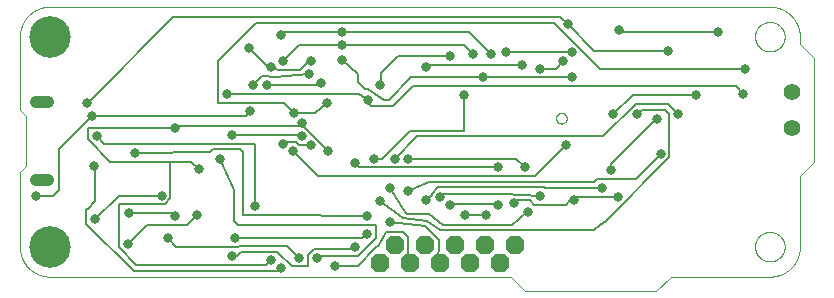
<source format=gbl>
G75*
%MOIN*%
%OFA0B0*%
%FSLAX25Y25*%
%IPPOS*%
%LPD*%
%AMOC8*
5,1,8,0,0,1.08239X$1,22.5*
%
%ADD10C,0.00000*%
%ADD11C,0.13843*%
%ADD12C,0.05543*%
%ADD13OC8,0.06300*%
%ADD14C,0.03969*%
%ADD15C,0.00800*%
%ADD16C,0.03150*%
D10*
X0031728Y0107122D02*
X0185477Y0107122D01*
X0190201Y0102398D01*
X0233925Y0102398D01*
X0238649Y0107122D01*
X0271728Y0107122D01*
X0266807Y0117122D02*
X0266809Y0117262D01*
X0266815Y0117402D01*
X0266825Y0117541D01*
X0266839Y0117680D01*
X0266857Y0117819D01*
X0266878Y0117957D01*
X0266904Y0118095D01*
X0266934Y0118232D01*
X0266967Y0118367D01*
X0267005Y0118502D01*
X0267046Y0118636D01*
X0267091Y0118769D01*
X0267139Y0118900D01*
X0267192Y0119029D01*
X0267248Y0119158D01*
X0267307Y0119284D01*
X0267371Y0119409D01*
X0267437Y0119532D01*
X0267508Y0119653D01*
X0267581Y0119772D01*
X0267658Y0119889D01*
X0267739Y0120003D01*
X0267822Y0120115D01*
X0267909Y0120225D01*
X0267999Y0120333D01*
X0268091Y0120437D01*
X0268187Y0120539D01*
X0268286Y0120639D01*
X0268387Y0120735D01*
X0268491Y0120829D01*
X0268598Y0120919D01*
X0268707Y0121006D01*
X0268819Y0121091D01*
X0268933Y0121172D01*
X0269049Y0121250D01*
X0269167Y0121324D01*
X0269288Y0121395D01*
X0269410Y0121463D01*
X0269535Y0121527D01*
X0269661Y0121588D01*
X0269788Y0121645D01*
X0269918Y0121698D01*
X0270049Y0121748D01*
X0270181Y0121793D01*
X0270314Y0121836D01*
X0270449Y0121874D01*
X0270584Y0121908D01*
X0270721Y0121939D01*
X0270858Y0121966D01*
X0270996Y0121988D01*
X0271135Y0122007D01*
X0271274Y0122022D01*
X0271413Y0122033D01*
X0271553Y0122040D01*
X0271693Y0122043D01*
X0271833Y0122042D01*
X0271973Y0122037D01*
X0272112Y0122028D01*
X0272252Y0122015D01*
X0272391Y0121998D01*
X0272529Y0121977D01*
X0272667Y0121953D01*
X0272804Y0121924D01*
X0272940Y0121892D01*
X0273075Y0121855D01*
X0273209Y0121815D01*
X0273342Y0121771D01*
X0273473Y0121723D01*
X0273603Y0121672D01*
X0273732Y0121617D01*
X0273859Y0121558D01*
X0273984Y0121495D01*
X0274107Y0121430D01*
X0274229Y0121360D01*
X0274348Y0121287D01*
X0274466Y0121211D01*
X0274581Y0121132D01*
X0274694Y0121049D01*
X0274804Y0120963D01*
X0274912Y0120874D01*
X0275017Y0120782D01*
X0275120Y0120687D01*
X0275220Y0120589D01*
X0275317Y0120489D01*
X0275411Y0120385D01*
X0275503Y0120279D01*
X0275591Y0120171D01*
X0275676Y0120060D01*
X0275758Y0119946D01*
X0275837Y0119830D01*
X0275912Y0119713D01*
X0275984Y0119593D01*
X0276052Y0119471D01*
X0276117Y0119347D01*
X0276179Y0119221D01*
X0276237Y0119094D01*
X0276291Y0118965D01*
X0276342Y0118834D01*
X0276388Y0118702D01*
X0276431Y0118569D01*
X0276471Y0118435D01*
X0276506Y0118300D01*
X0276538Y0118163D01*
X0276565Y0118026D01*
X0276589Y0117888D01*
X0276609Y0117750D01*
X0276625Y0117611D01*
X0276637Y0117471D01*
X0276645Y0117332D01*
X0276649Y0117192D01*
X0276649Y0117052D01*
X0276645Y0116912D01*
X0276637Y0116773D01*
X0276625Y0116633D01*
X0276609Y0116494D01*
X0276589Y0116356D01*
X0276565Y0116218D01*
X0276538Y0116081D01*
X0276506Y0115944D01*
X0276471Y0115809D01*
X0276431Y0115675D01*
X0276388Y0115542D01*
X0276342Y0115410D01*
X0276291Y0115279D01*
X0276237Y0115150D01*
X0276179Y0115023D01*
X0276117Y0114897D01*
X0276052Y0114773D01*
X0275984Y0114651D01*
X0275912Y0114531D01*
X0275837Y0114414D01*
X0275758Y0114298D01*
X0275676Y0114184D01*
X0275591Y0114073D01*
X0275503Y0113965D01*
X0275411Y0113859D01*
X0275317Y0113755D01*
X0275220Y0113655D01*
X0275120Y0113557D01*
X0275017Y0113462D01*
X0274912Y0113370D01*
X0274804Y0113281D01*
X0274694Y0113195D01*
X0274581Y0113112D01*
X0274466Y0113033D01*
X0274348Y0112957D01*
X0274229Y0112884D01*
X0274107Y0112814D01*
X0273984Y0112749D01*
X0273859Y0112686D01*
X0273732Y0112627D01*
X0273603Y0112572D01*
X0273473Y0112521D01*
X0273342Y0112473D01*
X0273209Y0112429D01*
X0273075Y0112389D01*
X0272940Y0112352D01*
X0272804Y0112320D01*
X0272667Y0112291D01*
X0272529Y0112267D01*
X0272391Y0112246D01*
X0272252Y0112229D01*
X0272112Y0112216D01*
X0271973Y0112207D01*
X0271833Y0112202D01*
X0271693Y0112201D01*
X0271553Y0112204D01*
X0271413Y0112211D01*
X0271274Y0112222D01*
X0271135Y0112237D01*
X0270996Y0112256D01*
X0270858Y0112278D01*
X0270721Y0112305D01*
X0270584Y0112336D01*
X0270449Y0112370D01*
X0270314Y0112408D01*
X0270181Y0112451D01*
X0270049Y0112496D01*
X0269918Y0112546D01*
X0269788Y0112599D01*
X0269661Y0112656D01*
X0269535Y0112717D01*
X0269410Y0112781D01*
X0269288Y0112849D01*
X0269167Y0112920D01*
X0269049Y0112994D01*
X0268933Y0113072D01*
X0268819Y0113153D01*
X0268707Y0113238D01*
X0268598Y0113325D01*
X0268491Y0113415D01*
X0268387Y0113509D01*
X0268286Y0113605D01*
X0268187Y0113705D01*
X0268091Y0113807D01*
X0267999Y0113911D01*
X0267909Y0114019D01*
X0267822Y0114129D01*
X0267739Y0114241D01*
X0267658Y0114355D01*
X0267581Y0114472D01*
X0267508Y0114591D01*
X0267437Y0114712D01*
X0267371Y0114835D01*
X0267307Y0114960D01*
X0267248Y0115086D01*
X0267192Y0115215D01*
X0267139Y0115344D01*
X0267091Y0115475D01*
X0267046Y0115608D01*
X0267005Y0115742D01*
X0266967Y0115877D01*
X0266934Y0116012D01*
X0266904Y0116149D01*
X0266878Y0116287D01*
X0266857Y0116425D01*
X0266839Y0116564D01*
X0266825Y0116703D01*
X0266815Y0116842D01*
X0266809Y0116982D01*
X0266807Y0117122D01*
X0271728Y0107122D02*
X0271970Y0107125D01*
X0272211Y0107134D01*
X0272452Y0107148D01*
X0272693Y0107169D01*
X0272933Y0107195D01*
X0273173Y0107227D01*
X0273412Y0107265D01*
X0273649Y0107308D01*
X0273886Y0107358D01*
X0274121Y0107413D01*
X0274355Y0107473D01*
X0274587Y0107540D01*
X0274818Y0107611D01*
X0275047Y0107689D01*
X0275274Y0107772D01*
X0275499Y0107860D01*
X0275722Y0107954D01*
X0275942Y0108053D01*
X0276160Y0108158D01*
X0276375Y0108267D01*
X0276588Y0108382D01*
X0276798Y0108502D01*
X0277004Y0108627D01*
X0277208Y0108757D01*
X0277409Y0108892D01*
X0277606Y0109032D01*
X0277800Y0109176D01*
X0277990Y0109325D01*
X0278176Y0109479D01*
X0278359Y0109637D01*
X0278538Y0109799D01*
X0278713Y0109966D01*
X0278884Y0110137D01*
X0279051Y0110312D01*
X0279213Y0110491D01*
X0279371Y0110674D01*
X0279525Y0110860D01*
X0279674Y0111050D01*
X0279818Y0111244D01*
X0279958Y0111441D01*
X0280093Y0111642D01*
X0280223Y0111846D01*
X0280348Y0112052D01*
X0280468Y0112262D01*
X0280583Y0112475D01*
X0280692Y0112690D01*
X0280797Y0112908D01*
X0280896Y0113128D01*
X0280990Y0113351D01*
X0281078Y0113576D01*
X0281161Y0113803D01*
X0281239Y0114032D01*
X0281310Y0114263D01*
X0281377Y0114495D01*
X0281437Y0114729D01*
X0281492Y0114964D01*
X0281542Y0115201D01*
X0281585Y0115438D01*
X0281623Y0115677D01*
X0281655Y0115917D01*
X0281681Y0116157D01*
X0281702Y0116398D01*
X0281716Y0116639D01*
X0281725Y0116880D01*
X0281728Y0117122D01*
X0281728Y0140587D01*
X0286453Y0145311D01*
X0286453Y0179957D01*
X0281728Y0184681D01*
X0281728Y0187122D01*
X0266807Y0187122D02*
X0266809Y0187262D01*
X0266815Y0187402D01*
X0266825Y0187541D01*
X0266839Y0187680D01*
X0266857Y0187819D01*
X0266878Y0187957D01*
X0266904Y0188095D01*
X0266934Y0188232D01*
X0266967Y0188367D01*
X0267005Y0188502D01*
X0267046Y0188636D01*
X0267091Y0188769D01*
X0267139Y0188900D01*
X0267192Y0189029D01*
X0267248Y0189158D01*
X0267307Y0189284D01*
X0267371Y0189409D01*
X0267437Y0189532D01*
X0267508Y0189653D01*
X0267581Y0189772D01*
X0267658Y0189889D01*
X0267739Y0190003D01*
X0267822Y0190115D01*
X0267909Y0190225D01*
X0267999Y0190333D01*
X0268091Y0190437D01*
X0268187Y0190539D01*
X0268286Y0190639D01*
X0268387Y0190735D01*
X0268491Y0190829D01*
X0268598Y0190919D01*
X0268707Y0191006D01*
X0268819Y0191091D01*
X0268933Y0191172D01*
X0269049Y0191250D01*
X0269167Y0191324D01*
X0269288Y0191395D01*
X0269410Y0191463D01*
X0269535Y0191527D01*
X0269661Y0191588D01*
X0269788Y0191645D01*
X0269918Y0191698D01*
X0270049Y0191748D01*
X0270181Y0191793D01*
X0270314Y0191836D01*
X0270449Y0191874D01*
X0270584Y0191908D01*
X0270721Y0191939D01*
X0270858Y0191966D01*
X0270996Y0191988D01*
X0271135Y0192007D01*
X0271274Y0192022D01*
X0271413Y0192033D01*
X0271553Y0192040D01*
X0271693Y0192043D01*
X0271833Y0192042D01*
X0271973Y0192037D01*
X0272112Y0192028D01*
X0272252Y0192015D01*
X0272391Y0191998D01*
X0272529Y0191977D01*
X0272667Y0191953D01*
X0272804Y0191924D01*
X0272940Y0191892D01*
X0273075Y0191855D01*
X0273209Y0191815D01*
X0273342Y0191771D01*
X0273473Y0191723D01*
X0273603Y0191672D01*
X0273732Y0191617D01*
X0273859Y0191558D01*
X0273984Y0191495D01*
X0274107Y0191430D01*
X0274229Y0191360D01*
X0274348Y0191287D01*
X0274466Y0191211D01*
X0274581Y0191132D01*
X0274694Y0191049D01*
X0274804Y0190963D01*
X0274912Y0190874D01*
X0275017Y0190782D01*
X0275120Y0190687D01*
X0275220Y0190589D01*
X0275317Y0190489D01*
X0275411Y0190385D01*
X0275503Y0190279D01*
X0275591Y0190171D01*
X0275676Y0190060D01*
X0275758Y0189946D01*
X0275837Y0189830D01*
X0275912Y0189713D01*
X0275984Y0189593D01*
X0276052Y0189471D01*
X0276117Y0189347D01*
X0276179Y0189221D01*
X0276237Y0189094D01*
X0276291Y0188965D01*
X0276342Y0188834D01*
X0276388Y0188702D01*
X0276431Y0188569D01*
X0276471Y0188435D01*
X0276506Y0188300D01*
X0276538Y0188163D01*
X0276565Y0188026D01*
X0276589Y0187888D01*
X0276609Y0187750D01*
X0276625Y0187611D01*
X0276637Y0187471D01*
X0276645Y0187332D01*
X0276649Y0187192D01*
X0276649Y0187052D01*
X0276645Y0186912D01*
X0276637Y0186773D01*
X0276625Y0186633D01*
X0276609Y0186494D01*
X0276589Y0186356D01*
X0276565Y0186218D01*
X0276538Y0186081D01*
X0276506Y0185944D01*
X0276471Y0185809D01*
X0276431Y0185675D01*
X0276388Y0185542D01*
X0276342Y0185410D01*
X0276291Y0185279D01*
X0276237Y0185150D01*
X0276179Y0185023D01*
X0276117Y0184897D01*
X0276052Y0184773D01*
X0275984Y0184651D01*
X0275912Y0184531D01*
X0275837Y0184414D01*
X0275758Y0184298D01*
X0275676Y0184184D01*
X0275591Y0184073D01*
X0275503Y0183965D01*
X0275411Y0183859D01*
X0275317Y0183755D01*
X0275220Y0183655D01*
X0275120Y0183557D01*
X0275017Y0183462D01*
X0274912Y0183370D01*
X0274804Y0183281D01*
X0274694Y0183195D01*
X0274581Y0183112D01*
X0274466Y0183033D01*
X0274348Y0182957D01*
X0274229Y0182884D01*
X0274107Y0182814D01*
X0273984Y0182749D01*
X0273859Y0182686D01*
X0273732Y0182627D01*
X0273603Y0182572D01*
X0273473Y0182521D01*
X0273342Y0182473D01*
X0273209Y0182429D01*
X0273075Y0182389D01*
X0272940Y0182352D01*
X0272804Y0182320D01*
X0272667Y0182291D01*
X0272529Y0182267D01*
X0272391Y0182246D01*
X0272252Y0182229D01*
X0272112Y0182216D01*
X0271973Y0182207D01*
X0271833Y0182202D01*
X0271693Y0182201D01*
X0271553Y0182204D01*
X0271413Y0182211D01*
X0271274Y0182222D01*
X0271135Y0182237D01*
X0270996Y0182256D01*
X0270858Y0182278D01*
X0270721Y0182305D01*
X0270584Y0182336D01*
X0270449Y0182370D01*
X0270314Y0182408D01*
X0270181Y0182451D01*
X0270049Y0182496D01*
X0269918Y0182546D01*
X0269788Y0182599D01*
X0269661Y0182656D01*
X0269535Y0182717D01*
X0269410Y0182781D01*
X0269288Y0182849D01*
X0269167Y0182920D01*
X0269049Y0182994D01*
X0268933Y0183072D01*
X0268819Y0183153D01*
X0268707Y0183238D01*
X0268598Y0183325D01*
X0268491Y0183415D01*
X0268387Y0183509D01*
X0268286Y0183605D01*
X0268187Y0183705D01*
X0268091Y0183807D01*
X0267999Y0183911D01*
X0267909Y0184019D01*
X0267822Y0184129D01*
X0267739Y0184241D01*
X0267658Y0184355D01*
X0267581Y0184472D01*
X0267508Y0184591D01*
X0267437Y0184712D01*
X0267371Y0184835D01*
X0267307Y0184960D01*
X0267248Y0185086D01*
X0267192Y0185215D01*
X0267139Y0185344D01*
X0267091Y0185475D01*
X0267046Y0185608D01*
X0267005Y0185742D01*
X0266967Y0185877D01*
X0266934Y0186012D01*
X0266904Y0186149D01*
X0266878Y0186287D01*
X0266857Y0186425D01*
X0266839Y0186564D01*
X0266825Y0186703D01*
X0266815Y0186842D01*
X0266809Y0186982D01*
X0266807Y0187122D01*
X0271728Y0197122D02*
X0271970Y0197119D01*
X0272211Y0197110D01*
X0272452Y0197096D01*
X0272693Y0197075D01*
X0272933Y0197049D01*
X0273173Y0197017D01*
X0273412Y0196979D01*
X0273649Y0196936D01*
X0273886Y0196886D01*
X0274121Y0196831D01*
X0274355Y0196771D01*
X0274587Y0196704D01*
X0274818Y0196633D01*
X0275047Y0196555D01*
X0275274Y0196472D01*
X0275499Y0196384D01*
X0275722Y0196290D01*
X0275942Y0196191D01*
X0276160Y0196086D01*
X0276375Y0195977D01*
X0276588Y0195862D01*
X0276798Y0195742D01*
X0277004Y0195617D01*
X0277208Y0195487D01*
X0277409Y0195352D01*
X0277606Y0195212D01*
X0277800Y0195068D01*
X0277990Y0194919D01*
X0278176Y0194765D01*
X0278359Y0194607D01*
X0278538Y0194445D01*
X0278713Y0194278D01*
X0278884Y0194107D01*
X0279051Y0193932D01*
X0279213Y0193753D01*
X0279371Y0193570D01*
X0279525Y0193384D01*
X0279674Y0193194D01*
X0279818Y0193000D01*
X0279958Y0192803D01*
X0280093Y0192602D01*
X0280223Y0192398D01*
X0280348Y0192192D01*
X0280468Y0191982D01*
X0280583Y0191769D01*
X0280692Y0191554D01*
X0280797Y0191336D01*
X0280896Y0191116D01*
X0280990Y0190893D01*
X0281078Y0190668D01*
X0281161Y0190441D01*
X0281239Y0190212D01*
X0281310Y0189981D01*
X0281377Y0189749D01*
X0281437Y0189515D01*
X0281492Y0189280D01*
X0281542Y0189043D01*
X0281585Y0188806D01*
X0281623Y0188567D01*
X0281655Y0188327D01*
X0281681Y0188087D01*
X0281702Y0187846D01*
X0281716Y0187605D01*
X0281725Y0187364D01*
X0281728Y0187122D01*
X0271728Y0197122D02*
X0031728Y0197122D01*
X0031486Y0197119D01*
X0031245Y0197110D01*
X0031004Y0197096D01*
X0030763Y0197075D01*
X0030523Y0197049D01*
X0030283Y0197017D01*
X0030044Y0196979D01*
X0029807Y0196936D01*
X0029570Y0196886D01*
X0029335Y0196831D01*
X0029101Y0196771D01*
X0028869Y0196704D01*
X0028638Y0196633D01*
X0028409Y0196555D01*
X0028182Y0196472D01*
X0027957Y0196384D01*
X0027734Y0196290D01*
X0027514Y0196191D01*
X0027296Y0196086D01*
X0027081Y0195977D01*
X0026868Y0195862D01*
X0026658Y0195742D01*
X0026452Y0195617D01*
X0026248Y0195487D01*
X0026047Y0195352D01*
X0025850Y0195212D01*
X0025656Y0195068D01*
X0025466Y0194919D01*
X0025280Y0194765D01*
X0025097Y0194607D01*
X0024918Y0194445D01*
X0024743Y0194278D01*
X0024572Y0194107D01*
X0024405Y0193932D01*
X0024243Y0193753D01*
X0024085Y0193570D01*
X0023931Y0193384D01*
X0023782Y0193194D01*
X0023638Y0193000D01*
X0023498Y0192803D01*
X0023363Y0192602D01*
X0023233Y0192398D01*
X0023108Y0192192D01*
X0022988Y0191982D01*
X0022873Y0191769D01*
X0022764Y0191554D01*
X0022659Y0191336D01*
X0022560Y0191116D01*
X0022466Y0190893D01*
X0022378Y0190668D01*
X0022295Y0190441D01*
X0022217Y0190212D01*
X0022146Y0189981D01*
X0022079Y0189749D01*
X0022019Y0189515D01*
X0021964Y0189280D01*
X0021914Y0189043D01*
X0021871Y0188806D01*
X0021833Y0188567D01*
X0021801Y0188327D01*
X0021775Y0188087D01*
X0021754Y0187846D01*
X0021740Y0187605D01*
X0021731Y0187364D01*
X0021728Y0187122D01*
X0021728Y0162622D01*
X0023728Y0160622D01*
X0023728Y0144122D01*
X0021728Y0142122D01*
X0021728Y0117122D01*
X0021731Y0116880D01*
X0021740Y0116639D01*
X0021754Y0116398D01*
X0021775Y0116157D01*
X0021801Y0115917D01*
X0021833Y0115677D01*
X0021871Y0115438D01*
X0021914Y0115201D01*
X0021964Y0114964D01*
X0022019Y0114729D01*
X0022079Y0114495D01*
X0022146Y0114263D01*
X0022217Y0114032D01*
X0022295Y0113803D01*
X0022378Y0113576D01*
X0022466Y0113351D01*
X0022560Y0113128D01*
X0022659Y0112908D01*
X0022764Y0112690D01*
X0022873Y0112475D01*
X0022988Y0112262D01*
X0023108Y0112052D01*
X0023233Y0111846D01*
X0023363Y0111642D01*
X0023498Y0111441D01*
X0023638Y0111244D01*
X0023782Y0111050D01*
X0023931Y0110860D01*
X0024085Y0110674D01*
X0024243Y0110491D01*
X0024405Y0110312D01*
X0024572Y0110137D01*
X0024743Y0109966D01*
X0024918Y0109799D01*
X0025097Y0109637D01*
X0025280Y0109479D01*
X0025466Y0109325D01*
X0025656Y0109176D01*
X0025850Y0109032D01*
X0026047Y0108892D01*
X0026248Y0108757D01*
X0026452Y0108627D01*
X0026658Y0108502D01*
X0026868Y0108382D01*
X0027081Y0108267D01*
X0027296Y0108158D01*
X0027514Y0108053D01*
X0027734Y0107954D01*
X0027957Y0107860D01*
X0028182Y0107772D01*
X0028409Y0107689D01*
X0028638Y0107611D01*
X0028869Y0107540D01*
X0029101Y0107473D01*
X0029335Y0107413D01*
X0029570Y0107358D01*
X0029807Y0107308D01*
X0030044Y0107265D01*
X0030283Y0107227D01*
X0030523Y0107195D01*
X0030763Y0107169D01*
X0031004Y0107148D01*
X0031245Y0107134D01*
X0031486Y0107125D01*
X0031728Y0107122D01*
X0030606Y0138396D02*
X0027850Y0138396D01*
X0027788Y0138398D01*
X0027727Y0138404D01*
X0027666Y0138413D01*
X0027605Y0138427D01*
X0027546Y0138444D01*
X0027488Y0138465D01*
X0027431Y0138490D01*
X0027376Y0138518D01*
X0027323Y0138549D01*
X0027272Y0138584D01*
X0027223Y0138622D01*
X0027176Y0138663D01*
X0027133Y0138706D01*
X0027092Y0138753D01*
X0027054Y0138802D01*
X0027019Y0138853D01*
X0026988Y0138906D01*
X0026960Y0138961D01*
X0026935Y0139018D01*
X0026914Y0139076D01*
X0026897Y0139135D01*
X0026883Y0139196D01*
X0026874Y0139257D01*
X0026868Y0139318D01*
X0026866Y0139380D01*
X0026868Y0139442D01*
X0026874Y0139503D01*
X0026883Y0139564D01*
X0026897Y0139625D01*
X0026914Y0139684D01*
X0026935Y0139742D01*
X0026960Y0139799D01*
X0026988Y0139854D01*
X0027019Y0139907D01*
X0027054Y0139958D01*
X0027092Y0140007D01*
X0027133Y0140054D01*
X0027176Y0140097D01*
X0027223Y0140138D01*
X0027272Y0140176D01*
X0027323Y0140211D01*
X0027376Y0140242D01*
X0027431Y0140270D01*
X0027488Y0140295D01*
X0027546Y0140316D01*
X0027605Y0140333D01*
X0027666Y0140347D01*
X0027727Y0140356D01*
X0027788Y0140362D01*
X0027850Y0140364D01*
X0030606Y0140364D01*
X0030668Y0140362D01*
X0030729Y0140356D01*
X0030790Y0140347D01*
X0030851Y0140333D01*
X0030910Y0140316D01*
X0030968Y0140295D01*
X0031025Y0140270D01*
X0031080Y0140242D01*
X0031133Y0140211D01*
X0031184Y0140176D01*
X0031233Y0140138D01*
X0031280Y0140097D01*
X0031323Y0140054D01*
X0031364Y0140007D01*
X0031402Y0139958D01*
X0031437Y0139907D01*
X0031468Y0139854D01*
X0031496Y0139799D01*
X0031521Y0139742D01*
X0031542Y0139684D01*
X0031559Y0139625D01*
X0031573Y0139564D01*
X0031582Y0139503D01*
X0031588Y0139442D01*
X0031590Y0139380D01*
X0031588Y0139318D01*
X0031582Y0139257D01*
X0031573Y0139196D01*
X0031559Y0139135D01*
X0031542Y0139076D01*
X0031521Y0139018D01*
X0031496Y0138961D01*
X0031468Y0138906D01*
X0031437Y0138853D01*
X0031402Y0138802D01*
X0031364Y0138753D01*
X0031323Y0138706D01*
X0031280Y0138663D01*
X0031233Y0138622D01*
X0031184Y0138584D01*
X0031133Y0138549D01*
X0031080Y0138518D01*
X0031025Y0138490D01*
X0030968Y0138465D01*
X0030910Y0138444D01*
X0030851Y0138427D01*
X0030790Y0138413D01*
X0030729Y0138404D01*
X0030668Y0138398D01*
X0030606Y0138396D01*
X0030606Y0164380D02*
X0027850Y0164380D01*
X0027788Y0164382D01*
X0027727Y0164388D01*
X0027666Y0164397D01*
X0027605Y0164411D01*
X0027546Y0164428D01*
X0027488Y0164449D01*
X0027431Y0164474D01*
X0027376Y0164502D01*
X0027323Y0164533D01*
X0027272Y0164568D01*
X0027223Y0164606D01*
X0027176Y0164647D01*
X0027133Y0164690D01*
X0027092Y0164737D01*
X0027054Y0164786D01*
X0027019Y0164837D01*
X0026988Y0164890D01*
X0026960Y0164945D01*
X0026935Y0165002D01*
X0026914Y0165060D01*
X0026897Y0165119D01*
X0026883Y0165180D01*
X0026874Y0165241D01*
X0026868Y0165302D01*
X0026866Y0165364D01*
X0026868Y0165426D01*
X0026874Y0165487D01*
X0026883Y0165548D01*
X0026897Y0165609D01*
X0026914Y0165668D01*
X0026935Y0165726D01*
X0026960Y0165783D01*
X0026988Y0165838D01*
X0027019Y0165891D01*
X0027054Y0165942D01*
X0027092Y0165991D01*
X0027133Y0166038D01*
X0027176Y0166081D01*
X0027223Y0166122D01*
X0027272Y0166160D01*
X0027323Y0166195D01*
X0027376Y0166226D01*
X0027431Y0166254D01*
X0027488Y0166279D01*
X0027546Y0166300D01*
X0027605Y0166317D01*
X0027666Y0166331D01*
X0027727Y0166340D01*
X0027788Y0166346D01*
X0027850Y0166348D01*
X0030606Y0166348D01*
X0030668Y0166346D01*
X0030729Y0166340D01*
X0030790Y0166331D01*
X0030851Y0166317D01*
X0030910Y0166300D01*
X0030968Y0166279D01*
X0031025Y0166254D01*
X0031080Y0166226D01*
X0031133Y0166195D01*
X0031184Y0166160D01*
X0031233Y0166122D01*
X0031280Y0166081D01*
X0031323Y0166038D01*
X0031364Y0165991D01*
X0031402Y0165942D01*
X0031437Y0165891D01*
X0031468Y0165838D01*
X0031496Y0165783D01*
X0031521Y0165726D01*
X0031542Y0165668D01*
X0031559Y0165609D01*
X0031573Y0165548D01*
X0031582Y0165487D01*
X0031588Y0165426D01*
X0031590Y0165364D01*
X0031588Y0165302D01*
X0031582Y0165241D01*
X0031573Y0165180D01*
X0031559Y0165119D01*
X0031542Y0165060D01*
X0031521Y0165002D01*
X0031496Y0164945D01*
X0031468Y0164890D01*
X0031437Y0164837D01*
X0031402Y0164786D01*
X0031364Y0164737D01*
X0031323Y0164690D01*
X0031280Y0164647D01*
X0031233Y0164606D01*
X0031184Y0164568D01*
X0031133Y0164533D01*
X0031080Y0164502D01*
X0031025Y0164474D01*
X0030968Y0164449D01*
X0030910Y0164428D01*
X0030851Y0164411D01*
X0030790Y0164397D01*
X0030729Y0164388D01*
X0030668Y0164382D01*
X0030606Y0164380D01*
X0200476Y0159961D02*
X0200478Y0160045D01*
X0200484Y0160128D01*
X0200494Y0160211D01*
X0200508Y0160294D01*
X0200525Y0160376D01*
X0200547Y0160457D01*
X0200572Y0160536D01*
X0200601Y0160615D01*
X0200634Y0160692D01*
X0200670Y0160767D01*
X0200710Y0160841D01*
X0200753Y0160913D01*
X0200800Y0160982D01*
X0200850Y0161049D01*
X0200903Y0161114D01*
X0200959Y0161176D01*
X0201017Y0161236D01*
X0201079Y0161293D01*
X0201143Y0161346D01*
X0201210Y0161397D01*
X0201279Y0161444D01*
X0201350Y0161489D01*
X0201423Y0161529D01*
X0201498Y0161566D01*
X0201575Y0161600D01*
X0201653Y0161630D01*
X0201732Y0161656D01*
X0201813Y0161679D01*
X0201895Y0161697D01*
X0201977Y0161712D01*
X0202060Y0161723D01*
X0202143Y0161730D01*
X0202227Y0161733D01*
X0202311Y0161732D01*
X0202394Y0161727D01*
X0202478Y0161718D01*
X0202560Y0161705D01*
X0202642Y0161689D01*
X0202723Y0161668D01*
X0202804Y0161644D01*
X0202882Y0161616D01*
X0202960Y0161584D01*
X0203036Y0161548D01*
X0203110Y0161509D01*
X0203182Y0161467D01*
X0203252Y0161421D01*
X0203320Y0161372D01*
X0203385Y0161320D01*
X0203448Y0161265D01*
X0203508Y0161207D01*
X0203566Y0161146D01*
X0203620Y0161082D01*
X0203672Y0161016D01*
X0203720Y0160948D01*
X0203765Y0160877D01*
X0203806Y0160804D01*
X0203845Y0160730D01*
X0203879Y0160654D01*
X0203910Y0160576D01*
X0203937Y0160497D01*
X0203961Y0160416D01*
X0203980Y0160335D01*
X0203996Y0160253D01*
X0204008Y0160170D01*
X0204016Y0160086D01*
X0204020Y0160003D01*
X0204020Y0159919D01*
X0204016Y0159836D01*
X0204008Y0159752D01*
X0203996Y0159669D01*
X0203980Y0159587D01*
X0203961Y0159506D01*
X0203937Y0159425D01*
X0203910Y0159346D01*
X0203879Y0159268D01*
X0203845Y0159192D01*
X0203806Y0159118D01*
X0203765Y0159045D01*
X0203720Y0158974D01*
X0203672Y0158906D01*
X0203620Y0158840D01*
X0203566Y0158776D01*
X0203508Y0158715D01*
X0203448Y0158657D01*
X0203385Y0158602D01*
X0203320Y0158550D01*
X0203252Y0158501D01*
X0203182Y0158455D01*
X0203110Y0158413D01*
X0203036Y0158374D01*
X0202960Y0158338D01*
X0202882Y0158306D01*
X0202804Y0158278D01*
X0202723Y0158254D01*
X0202642Y0158233D01*
X0202560Y0158217D01*
X0202478Y0158204D01*
X0202394Y0158195D01*
X0202311Y0158190D01*
X0202227Y0158189D01*
X0202143Y0158192D01*
X0202060Y0158199D01*
X0201977Y0158210D01*
X0201895Y0158225D01*
X0201813Y0158243D01*
X0201732Y0158266D01*
X0201653Y0158292D01*
X0201575Y0158322D01*
X0201498Y0158356D01*
X0201423Y0158393D01*
X0201350Y0158433D01*
X0201279Y0158478D01*
X0201210Y0158525D01*
X0201143Y0158576D01*
X0201079Y0158629D01*
X0201017Y0158686D01*
X0200959Y0158746D01*
X0200903Y0158808D01*
X0200850Y0158873D01*
X0200800Y0158940D01*
X0200753Y0159009D01*
X0200710Y0159081D01*
X0200670Y0159155D01*
X0200634Y0159230D01*
X0200601Y0159307D01*
X0200572Y0159386D01*
X0200547Y0159465D01*
X0200525Y0159546D01*
X0200508Y0159628D01*
X0200494Y0159711D01*
X0200484Y0159794D01*
X0200478Y0159877D01*
X0200476Y0159961D01*
D11*
X0031728Y0187122D03*
X0031728Y0117122D03*
D12*
X0279228Y0156717D03*
X0279228Y0168528D03*
D13*
X0186728Y0117803D03*
X0181728Y0111803D03*
X0176728Y0117803D03*
X0171728Y0111803D03*
X0166728Y0117803D03*
X0161728Y0111803D03*
X0156728Y0117803D03*
X0151728Y0111803D03*
X0146728Y0117803D03*
X0141728Y0111803D03*
D14*
X0031213Y0139380D02*
X0027244Y0139380D01*
X0027244Y0165364D02*
X0031213Y0165364D01*
D15*
X0044228Y0165122D02*
X0044319Y0165122D01*
X0072933Y0193736D01*
X0201846Y0193736D01*
X0204307Y0191276D01*
X0213165Y0182417D01*
X0237772Y0182417D01*
X0222024Y0188815D02*
X0254504Y0188815D01*
X0263362Y0176512D02*
X0215134Y0176512D01*
X0199878Y0191768D01*
X0100469Y0191768D01*
X0087673Y0178972D01*
X0087673Y0165193D01*
X0109819Y0165193D01*
X0113264Y0161748D01*
X0120154Y0161748D01*
X0124098Y0165193D01*
X0121728Y0171122D02*
X0122228Y0171622D01*
X0121728Y0171122D02*
X0104228Y0171122D01*
X0102413Y0174091D02*
X0107228Y0173622D01*
X0117697Y0174591D01*
X0118193Y0174591D01*
X0115126Y0176020D02*
X0117728Y0178622D01*
X0118677Y0179020D01*
X0115126Y0176020D02*
X0107850Y0176020D01*
X0105374Y0177043D01*
X0104874Y0176535D01*
X0098008Y0183402D01*
X0102413Y0174091D02*
X0099421Y0171098D01*
X0090626Y0168146D02*
X0134917Y0168146D01*
X0137886Y0166114D01*
X0137878Y0165606D01*
X0137878Y0164972D01*
X0138728Y0164122D01*
X0146228Y0164122D01*
X0152728Y0170622D01*
X0260409Y0170606D01*
X0262870Y0168146D01*
X0247122Y0167654D02*
X0225961Y0167654D01*
X0219563Y0161256D01*
X0227437Y0161256D02*
X0227862Y0161256D01*
X0229228Y0162622D01*
X0236728Y0162622D01*
X0238264Y0161256D01*
X0238264Y0146984D01*
X0217102Y0125823D01*
X0215228Y0124409D01*
X0213228Y0122803D01*
X0161728Y0122803D01*
X0157528Y0125823D01*
X0149402Y0126610D01*
X0141807Y0132417D01*
X0145252Y0136846D02*
X0150173Y0128776D01*
X0150728Y0128122D01*
X0158228Y0128122D01*
X0162728Y0124409D01*
X0185728Y0124409D01*
X0190882Y0128776D01*
X0191020Y0128776D01*
X0193228Y0131122D02*
X0191795Y0132555D01*
X0186433Y0132555D01*
X0186449Y0131571D01*
X0183228Y0134622D02*
X0195228Y0134122D01*
X0196653Y0136622D02*
X0196378Y0136897D01*
X0161079Y0136897D01*
X0158953Y0134772D01*
X0158953Y0134347D01*
X0157228Y0132622D01*
X0158047Y0138618D02*
X0151157Y0135665D01*
X0158047Y0138618D02*
X0213228Y0138622D01*
X0214224Y0139618D01*
X0226961Y0139618D01*
X0235311Y0147969D01*
X0234228Y0159622D02*
X0233728Y0159622D01*
X0218728Y0144622D01*
X0218728Y0142622D01*
X0215728Y0136622D02*
X0196653Y0136622D01*
X0193480Y0140587D02*
X0203815Y0150921D01*
X0216118Y0153874D02*
X0226953Y0164709D01*
X0237764Y0164709D01*
X0241217Y0161256D01*
X0216118Y0153874D02*
X0154110Y0153874D01*
X0146728Y0146492D01*
X0142598Y0146492D02*
X0139839Y0146492D01*
X0142598Y0146492D02*
X0149728Y0153622D01*
X0151689Y0155843D01*
X0169827Y0155843D01*
X0169811Y0156827D01*
X0169811Y0167654D01*
X0169835Y0167654D01*
X0176256Y0173559D02*
X0152228Y0173622D01*
X0144728Y0166122D01*
X0143228Y0166122D01*
X0140228Y0168122D01*
X0137791Y0169559D01*
X0136728Y0169622D01*
X0134417Y0171933D01*
X0134417Y0174559D01*
X0129012Y0179465D01*
X0129012Y0184386D02*
X0169858Y0184386D01*
X0172811Y0181433D01*
X0178717Y0181433D02*
X0171335Y0188815D01*
X0129012Y0188815D01*
X0109819Y0188815D01*
X0108835Y0187831D01*
X0114740Y0184386D02*
X0129012Y0184386D01*
X0114740Y0184386D02*
X0109327Y0178972D01*
X0098500Y0162240D02*
X0097024Y0160764D01*
X0045843Y0160764D01*
X0034622Y0149543D01*
X0034622Y0136016D01*
X0032728Y0134122D01*
X0027228Y0134122D01*
X0043874Y0129760D02*
X0043874Y0124839D01*
X0059622Y0109091D01*
X0107850Y0109091D01*
X0108835Y0110075D01*
X0112280Y0110567D02*
X0107358Y0115488D01*
X0095547Y0115488D01*
X0094071Y0114012D01*
X0092594Y0114012D01*
X0094563Y0116965D02*
X0073894Y0116965D01*
X0070941Y0119917D01*
X0077339Y0124346D02*
X0064051Y0124346D01*
X0057654Y0117949D01*
X0054701Y0116965D02*
X0054701Y0131236D01*
X0069957Y0131236D01*
X0071925Y0133205D01*
X0071925Y0145508D01*
X0078815Y0145508D01*
X0081276Y0143047D01*
X0085228Y0148622D02*
X0086228Y0149622D01*
X0095228Y0149622D01*
X0096039Y0148811D01*
X0096039Y0135665D01*
X0095961Y0127744D01*
X0103850Y0127744D01*
X0111728Y0127622D01*
X0132933Y0127244D01*
X0137378Y0127299D01*
X0140331Y0124346D02*
X0094504Y0124346D01*
X0093228Y0125622D01*
X0093087Y0136157D01*
X0088587Y0146508D01*
X0085228Y0148622D02*
X0060114Y0148461D01*
X0051748Y0145508D02*
X0044366Y0152890D01*
X0044366Y0156827D01*
X0073402Y0156827D01*
X0073894Y0157319D01*
X0114740Y0157319D01*
X0115724Y0158303D01*
X0115724Y0157811D01*
X0124583Y0148953D01*
X0118677Y0150921D02*
X0114740Y0150921D01*
X0113756Y0151906D01*
X0109819Y0151906D01*
X0109327Y0151413D01*
X0112772Y0148953D02*
X0121138Y0140587D01*
X0193480Y0140587D01*
X0190035Y0143539D02*
X0187083Y0146492D01*
X0151157Y0146492D01*
X0161728Y0134122D02*
X0162728Y0134622D01*
X0183228Y0134622D01*
X0181228Y0131122D02*
X0180653Y0131122D01*
X0178878Y0131397D01*
X0168928Y0131397D01*
X0165228Y0131198D01*
X0165228Y0131122D01*
X0161728Y0133622D02*
X0161728Y0134122D01*
X0170228Y0127622D02*
X0177228Y0127622D01*
X0161472Y0119424D02*
X0156880Y0124016D01*
X0145228Y0125303D01*
X0143745Y0122153D02*
X0141383Y0117722D01*
X0140075Y0116807D01*
X0134577Y0110622D01*
X0126728Y0110622D01*
X0121138Y0114012D02*
X0134425Y0114012D01*
X0140331Y0119917D01*
X0140331Y0124346D01*
X0143745Y0122153D02*
X0149318Y0122153D01*
X0151078Y0120392D01*
X0151078Y0111272D01*
X0151728Y0111803D01*
X0161078Y0111272D02*
X0161472Y0119424D01*
X0161728Y0111803D02*
X0161078Y0111272D01*
X0137378Y0121394D02*
X0135902Y0119917D01*
X0093579Y0119917D01*
X0095055Y0117457D02*
X0094563Y0116965D01*
X0095055Y0117457D02*
X0110803Y0117457D01*
X0114740Y0113520D01*
X0117693Y0114504D02*
X0117693Y0110567D01*
X0112280Y0110567D01*
X0105390Y0112535D02*
X0103913Y0111059D01*
X0060606Y0111059D01*
X0054701Y0116965D01*
X0046827Y0126315D02*
X0054701Y0134189D01*
X0068972Y0134189D01*
X0072417Y0128283D02*
X0058146Y0128283D01*
X0046827Y0132220D02*
X0046827Y0144031D01*
X0046335Y0144031D01*
X0051748Y0145508D02*
X0071925Y0145508D01*
X0092594Y0154366D02*
X0115232Y0154366D01*
X0115724Y0153874D01*
X0099945Y0151413D02*
X0049780Y0151413D01*
X0047319Y0153874D01*
X0046827Y0132220D02*
X0044366Y0129760D01*
X0043874Y0129760D01*
X0072417Y0128283D02*
X0073402Y0127299D01*
X0077339Y0124346D02*
X0080783Y0127791D01*
X0099945Y0130697D02*
X0099945Y0151413D01*
X0133441Y0145016D02*
X0134917Y0143539D01*
X0181217Y0143539D01*
X0193228Y0131122D02*
X0203728Y0131122D01*
X0205228Y0132622D01*
X0206118Y0132555D01*
X0206276Y0132713D01*
X0207260Y0133697D01*
X0221039Y0133697D01*
X0205783Y0173559D02*
X0176256Y0173559D01*
X0165228Y0180622D02*
X0147728Y0180622D01*
X0142165Y0175059D01*
X0142165Y0173685D01*
X0142228Y0172622D01*
X0141728Y0172122D01*
X0141728Y0171122D01*
X0157228Y0177122D02*
X0158035Y0177122D01*
X0158535Y0177622D01*
X0158228Y0177622D01*
X0158535Y0177622D02*
X0189228Y0177622D01*
X0194957Y0176512D02*
X0200370Y0176512D01*
X0202831Y0178972D01*
X0205783Y0181925D02*
X0183638Y0181925D01*
X0221531Y0189307D02*
X0222024Y0188815D01*
X0133441Y0116965D02*
X0132949Y0116472D01*
X0119661Y0116472D01*
X0117693Y0114504D01*
X0120646Y0113520D02*
X0121138Y0114012D01*
D16*
X0120646Y0113520D03*
X0114740Y0113520D03*
X0108835Y0110075D03*
X0105390Y0112535D03*
X0092594Y0114012D03*
X0093579Y0119917D03*
X0080783Y0127791D03*
X0073402Y0127299D03*
X0068972Y0134189D03*
X0058146Y0128283D03*
X0046827Y0126315D03*
X0057654Y0117949D03*
X0070941Y0119917D03*
X0099945Y0130697D03*
X0081276Y0143047D03*
X0088587Y0146508D03*
X0092594Y0154366D03*
X0098500Y0162240D03*
X0090626Y0168146D03*
X0099421Y0171098D03*
X0104228Y0171122D03*
X0105374Y0177043D03*
X0109327Y0178972D03*
X0118677Y0179020D03*
X0118193Y0174591D03*
X0122228Y0171622D03*
X0124098Y0165193D03*
X0115724Y0158303D03*
X0113264Y0161748D03*
X0115724Y0153874D03*
X0118677Y0150921D03*
X0112772Y0148953D03*
X0109327Y0151413D03*
X0124583Y0148953D03*
X0133441Y0145016D03*
X0139839Y0146492D03*
X0146728Y0146492D03*
X0151157Y0146492D03*
X0145252Y0136846D03*
X0141807Y0132417D03*
X0137378Y0127299D03*
X0145228Y0125303D03*
X0137378Y0121394D03*
X0133441Y0116965D03*
X0126728Y0110622D03*
X0157228Y0132622D03*
X0151157Y0135665D03*
X0161728Y0133622D03*
X0165228Y0131122D03*
X0170228Y0127622D03*
X0177228Y0127622D03*
X0181228Y0131122D03*
X0186449Y0131571D03*
X0191020Y0128776D03*
X0195228Y0134122D03*
X0206276Y0132713D03*
X0215728Y0136622D03*
X0221039Y0133697D03*
X0218728Y0142622D03*
X0203815Y0150921D03*
X0190035Y0143539D03*
X0181217Y0143539D03*
X0169835Y0167654D03*
X0176256Y0173559D03*
X0165228Y0180622D03*
X0172811Y0181433D03*
X0178717Y0181433D03*
X0183638Y0181925D03*
X0189228Y0177622D03*
X0194957Y0176512D03*
X0202831Y0178972D03*
X0205783Y0181925D03*
X0205783Y0173559D03*
X0219563Y0161256D03*
X0227437Y0161256D03*
X0234228Y0159622D03*
X0241217Y0161256D03*
X0247122Y0167654D03*
X0262870Y0168146D03*
X0263362Y0176512D03*
X0254504Y0188815D03*
X0237772Y0182417D03*
X0221531Y0189307D03*
X0204307Y0191276D03*
X0157228Y0177122D03*
X0141728Y0171122D03*
X0137886Y0166114D03*
X0129012Y0179465D03*
X0129012Y0184386D03*
X0129012Y0188815D03*
X0108835Y0187831D03*
X0098008Y0183402D03*
X0073402Y0156827D03*
X0060114Y0148461D03*
X0047319Y0153874D03*
X0045843Y0160764D03*
X0044228Y0165122D03*
X0046335Y0144031D03*
X0027228Y0134122D03*
X0235311Y0147969D03*
M02*

</source>
